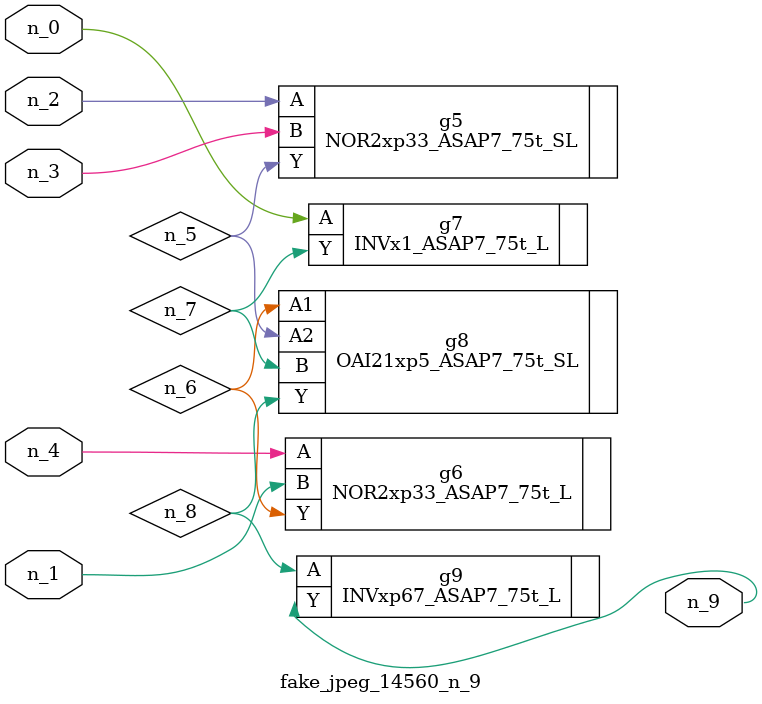
<source format=v>
module fake_jpeg_14560_n_9 (n_3, n_2, n_1, n_0, n_4, n_9);

input n_3;
input n_2;
input n_1;
input n_0;
input n_4;

output n_9;

wire n_8;
wire n_6;
wire n_5;
wire n_7;

NOR2xp33_ASAP7_75t_SL g5 ( 
.A(n_2),
.B(n_3),
.Y(n_5)
);

NOR2xp33_ASAP7_75t_L g6 ( 
.A(n_4),
.B(n_1),
.Y(n_6)
);

INVx1_ASAP7_75t_L g7 ( 
.A(n_0),
.Y(n_7)
);

OAI21xp5_ASAP7_75t_SL g8 ( 
.A1(n_6),
.A2(n_5),
.B(n_7),
.Y(n_8)
);

INVxp67_ASAP7_75t_L g9 ( 
.A(n_8),
.Y(n_9)
);


endmodule
</source>
